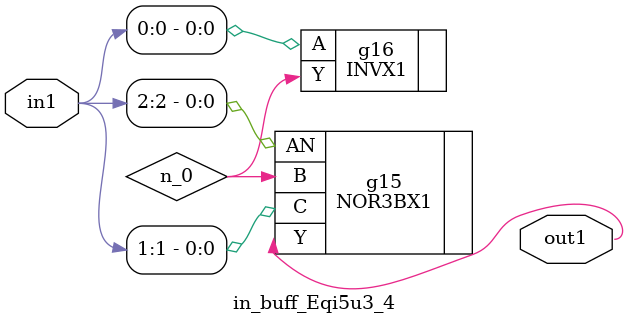
<source format=v>
`timescale 1ps / 1ps


module in_buff_Eqi5u3_4(in1, out1);
  input [2:0] in1;
  output out1;
  wire [2:0] in1;
  wire out1;
  wire n_0;
  NOR3BX1 g15(.AN (in1[2]), .B (n_0), .C (in1[1]), .Y (out1));
  INVX1 g16(.A (in1[0]), .Y (n_0));
endmodule



</source>
